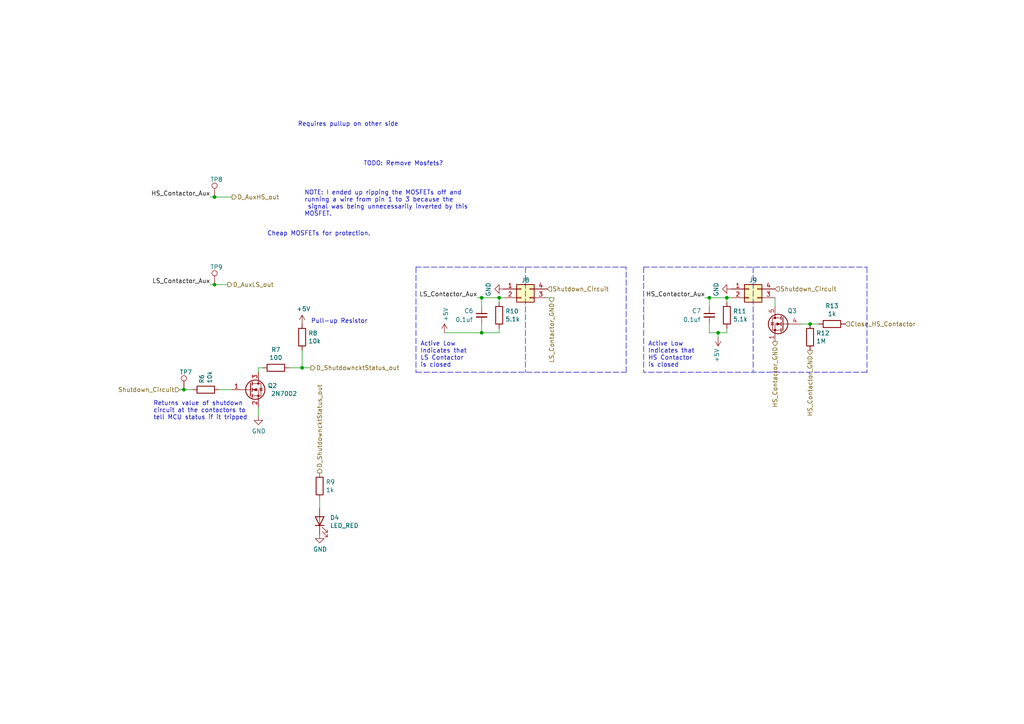
<source format=kicad_sch>
(kicad_sch (version 20211123) (generator eeschema)
  (paper "A4")
  (lib_symbols
    (symbol "Connector:TestPoint" (pin_numbers hide) (pin_names (offset 0.762) hide)
      (property "Reference" "TP" (at 0 6.858 0))
      (property "Value" "TestPoint" (at 0 5.08 0))
      (symbol "TestPoint_0_1"
        (circle (center 0 3.302) (radius 0.762))
      )
      (symbol "TestPoint_1_1"
        (pin passive line (at 0 0 90) (length 2.54) (name "1") (number "1"))
      )
    )
    (symbol "Connector_Generic:Conn_02x02_Counter_Clockwise" (pin_names (offset 1.016) hide)
      (property "Reference" "J" (at 1.27 2.54 0))
      (property "Value" "Conn_02x02_Counter_Clockwise" (at 1.27 -5.08 0))
      (symbol "Conn_02x02_Counter_Clockwise_1_1"
        (rectangle (start -1.27 -2.413) (end 0 -2.667) (stroke (width 0.1524)))
        (rectangle (start -1.27 0.127) (end 0 -0.127) (stroke (width 0.1524)))
        (rectangle (start -1.27 1.27) (end 3.81 -3.81) (stroke (width 0.254)) (fill (type background)))
        (rectangle (start 3.81 -2.413) (end 2.54 -2.667) (stroke (width 0.1524)))
        (rectangle (start 3.81 0.127) (end 2.54 -0.127) (stroke (width 0.1524)))
        (pin passive line (at -5.08 0 0) (length 3.81) (name "Pin_1") (number "1"))
        (pin passive line (at -5.08 -2.54 0) (length 3.81) (name "Pin_2") (number "2"))
        (pin passive line (at 7.62 -2.54 180) (length 3.81) (name "Pin_3") (number "3"))
        (pin passive line (at 7.62 0 180) (length 3.81) (name "Pin_4") (number "4"))
      )
    )
    (symbol "Device:C_Small" (pin_numbers hide) (pin_names (offset 0.254) hide)
      (property "Reference" "C" (at 0.254 1.778 0))
      (property "Value" "C_Small" (at 0.254 -2.032 0))
      (symbol "C_Small_0_1"
        (polyline (pts (xy -1.524 -0.508) (xy 1.524 -0.508)) (stroke (width 0.3302)))
        (polyline (pts (xy -1.524 0.508) (xy 1.524 0.508)) (stroke (width 0.3048)))
      )
      (symbol "C_Small_1_1"
        (pin passive line (at 0 2.54 270) (length 2.032) (name "~") (number "1"))
        (pin passive line (at 0 -2.54 90) (length 2.032) (name "~") (number "2"))
      )
    )
    (symbol "Device:LED" (pin_numbers hide) (pin_names (offset 1.016) hide)
      (property "Reference" "D" (at 0 2.54 0))
      (property "Value" "LED" (at 0 -2.54 0))
      (symbol "LED_0_1"
        (polyline (pts (xy -1.27 -1.27) (xy -1.27 1.27)) (stroke (width 0.254)))
        (polyline (pts (xy -1.27 0) (xy 1.27 0)))
        (polyline (pts (xy 1.27 -1.27) (xy 1.27 1.27) (xy -1.27 0) (xy 1.27 -1.27)) (stroke (width 0.254)))
        (polyline (pts (xy -3.048 -0.762) (xy -4.572 -2.286) (xy -3.81 -2.286) (xy -4.572 -2.286) (xy -4.572 -1.524)))
        (polyline (pts (xy -1.778 -0.762) (xy -3.302 -2.286) (xy -2.54 -2.286) (xy -3.302 -2.286) (xy -3.302 -1.524)))
      )
      (symbol "LED_1_1"
        (pin passive line (at -3.81 0 0) (length 2.54) (name "K") (number "1"))
        (pin passive line (at 3.81 0 180) (length 2.54) (name "A") (number "2"))
      )
    )
    (symbol "Device:Q_NMOS_GSD" (pin_names (offset 0) hide)
      (property "Reference" "Q" (at 5.08 1.27 0))
      (property "Value" "Q_NMOS_GSD" (at 5.08 -1.27 0))
      (symbol "Q_NMOS_GSD_0_1"
        (polyline (pts (xy 0.254 0) (xy -2.54 0)))
        (polyline (pts (xy 0.254 1.905) (xy 0.254 -1.905)) (stroke (width 0.254)))
        (polyline (pts (xy 0.762 -1.27) (xy 0.762 -2.286)) (stroke (width 0.254)))
        (polyline (pts (xy 0.762 0.508) (xy 0.762 -0.508)) (stroke (width 0.254)))
        (polyline (pts (xy 0.762 2.286) (xy 0.762 1.27)) (stroke (width 0.254)))
        (polyline (pts (xy 2.54 2.54) (xy 2.54 1.778)))
        (polyline (pts (xy 2.54 -2.54) (xy 2.54 0) (xy 0.762 0)))
        (polyline (pts (xy 0.762 -1.778) (xy 3.302 -1.778) (xy 3.302 1.778) (xy 0.762 1.778)))
        (polyline (pts (xy 1.016 0) (xy 2.032 0.381) (xy 2.032 -0.381) (xy 1.016 0)) (fill (type outline)))
        (polyline (pts (xy 2.794 0.508) (xy 2.921 0.381) (xy 3.683 0.381) (xy 3.81 0.254)))
        (polyline (pts (xy 3.302 0.381) (xy 2.921 -0.254) (xy 3.683 -0.254) (xy 3.302 0.381)))
        (circle (center 1.651 0) (radius 2.794) (stroke (width 0.254)))
        (circle (center 2.54 -1.778) (radius 0.254) (fill (type outline)))
        (circle (center 2.54 1.778) (radius 0.254) (fill (type outline)))
      )
      (symbol "Q_NMOS_GSD_1_1"
        (pin input line (at -5.08 0 0) (length 2.54) (name "G") (number "1"))
        (pin passive line (at 2.54 -5.08 90) (length 2.54) (name "S") (number "2"))
        (pin passive line (at 2.54 5.08 270) (length 2.54) (name "D") (number "3"))
      )
    )
    (symbol "Device:R" (pin_numbers hide) (pin_names (offset 0))
      (property "Reference" "R" (at 2.032 0 90))
      (property "Value" "R" (at 0 0 90))
      (symbol "R_0_1"
        (rectangle (start -1.016 -2.54) (end 1.016 2.54) (stroke (width 0.254)))
      )
      (symbol "R_1_1"
        (pin passive line (at 0 3.81 270) (length 1.27) (name "~") (number "1"))
        (pin passive line (at 0 -3.81 90) (length 1.27) (name "~") (number "2"))
      )
    )
    (symbol "LHRE_Component_Library:CSD18512Q5B" (pin_names hide)
      (property "Reference" "Q" (at 5.08 1.905 0))
      (property "Value" "LHRE_Component_Library_CSD18512Q5B" (at 5.08 0 0))
      (symbol "CSD18512Q5B_0_1"
        (polyline (pts (xy -1.27 0) (xy 0.254 0)))
        (polyline (pts (xy 0.762 -1.778) (xy 2.54 -1.778)))
        (polyline (pts (xy 0.762 -1.27) (xy 0.762 -2.286)) (stroke (width 0.254)))
        (polyline (pts (xy 0.762 0) (xy 2.54 0)))
        (polyline (pts (xy 0.762 0.508) (xy 0.762 -0.508)) (stroke (width 0.254)))
        (polyline (pts (xy 0.762 1.778) (xy 2.54 1.778)))
        (polyline (pts (xy 0.762 2.286) (xy 0.762 1.27)) (stroke (width 0.254)))
        (polyline (pts (xy 2.54 -1.778) (xy 2.54 -2.54)))
        (polyline (pts (xy 2.54 -1.778) (xy 2.54 0)))
        (polyline (pts (xy 2.54 2.54) (xy 2.54 1.778)))
        (polyline (pts (xy 0.254 1.905) (xy 0.254 -1.905) (xy 0.254 -1.905)) (stroke (width 0.254)))
        (polyline (pts (xy 1.016 0) (xy 2.032 0.381) (xy 2.032 -0.381) (xy 1.016 0)) (fill (type outline)))
        (polyline (pts (xy 2.54 -1.778) (xy 3.302 -1.778) (xy 3.302 1.778) (xy 2.54 1.778)))
        (polyline (pts (xy 2.794 0.508) (xy 2.921 0.381) (xy 3.683 0.381) (xy 3.81 0.254)))
        (polyline (pts (xy 3.302 0.381) (xy 2.921 -0.254) (xy 3.683 -0.254) (xy 3.302 0.381)))
        (circle (center 1.651 0) (radius 2.8194) (stroke (width 0.254)))
        (circle (center 2.54 -1.778) (radius 0.2794) (fill (type outline)))
        (circle (center 2.54 1.778) (radius 0.2794) (fill (type outline)))
      )
      (symbol "CSD18512Q5B_1_1"
        (pin passive line (at 2.54 -5.08 90) (length 2.54) (name "S") (number "1"))
        (pin passive line (at 2.54 -5.08 90) (length 2.54) hide (name "S") (number "2"))
        (pin passive line (at 2.54 -5.08 90) (length 2.54) hide (name "S") (number "3"))
        (pin passive line (at -5.08 0 0) (length 3.81) (name "G") (number "4"))
        (pin passive line (at 2.54 5.08 270) (length 2.54) (name "D") (number "5"))
      )
    )
    (symbol "power:+5V" (power) (pin_names (offset 0))
      (property "Value" "+5V" (at 0 3.556 0))
      (symbol "+5V_0_1"
        (polyline (pts (xy -0.762 1.27) (xy 0 2.54)))
        (polyline (pts (xy 0 0) (xy 0 2.54)))
        (polyline (pts (xy 0 2.54) (xy 0.762 1.27)))
      )
      (symbol "+5V_1_1"
        (pin power_in line (at 0 0 90) (length 0) hide (name "+5V") (number "1"))
      )
    )
    (symbol "power:GND" (power) (pin_names (offset 0))
      (property "Value" "GND" (at 0 -3.81 0))
      (symbol "GND_0_1"
        (polyline (pts (xy 0 0) (xy 0 -1.27) (xy 1.27 -1.27) (xy 0 -2.54) (xy -1.27 -1.27) (xy 0 -1.27)))
      )
      (symbol "GND_1_1"
        (pin power_in line (at 0 0 270) (length 0) hide (name "GND") (number "1"))
      )
    )
  )
  (junction (at 62.23 82.55))
  (junction (at 205.74 86.36))
  (junction (at 208.28 96.52))
  (junction (at 144.78 86.36))
  (junction (at 139.7 86.36))
  (junction (at 87.63 106.68))
  (junction (at 53.34 113.03))
  (junction (at 210.82 86.36))
  (junction (at 234.95 93.98))
  (junction (at 139.7 96.52))
  (junction (at 62.23 57.15))
  (wire (pts (xy 144.78 86.36) (xy 146.05 86.36)))
  (wire (pts (xy 210.82 95.25) (xy 210.82 96.52)))
  (wire (pts (xy 60.96 82.55) (xy 62.23 82.55)))
  (wire (pts (xy 83.82 106.68) (xy 87.63 106.68)))
  (wire (pts (xy 144.78 96.52) (xy 144.78 95.25)))
  (wire (pts (xy 139.7 86.36) (xy 144.78 86.36)))
  (polyline (pts (xy 181.61 77.47) (xy 120.65 77.47)))
  (wire (pts (xy 138.43 86.36) (xy 139.7 86.36)))
  (wire (pts (xy 62.23 57.15) (xy 67.31 57.15)))
  (wire (pts (xy 139.7 96.52) (xy 144.78 96.52)))
  (wire (pts (xy 52.07 113.03) (xy 53.34 113.03)))
  (wire (pts (xy 139.7 86.36) (xy 139.7 88.9)))
  (wire (pts (xy 139.7 93.98) (xy 139.7 96.52)))
  (wire (pts (xy 205.74 86.36) (xy 205.74 88.9)))
  (wire (pts (xy 210.82 86.36) (xy 212.09 86.36)))
  (polyline (pts (xy 186.69 77.47) (xy 251.46 77.47)))
  (wire (pts (xy 53.34 113.03) (xy 55.88 113.03)))
  (polyline (pts (xy 251.46 77.47) (xy 251.46 107.95)))
  (wire (pts (xy 232.41 93.98) (xy 234.95 93.98)))
  (wire (pts (xy 234.95 93.98) (xy 237.49 93.98)))
  (polyline (pts (xy 120.65 77.47) (xy 120.65 107.95)))
  (wire (pts (xy 63.5 113.03) (xy 67.31 113.03)))
  (polyline (pts (xy 120.65 107.95) (xy 181.61 107.95)))
  (wire (pts (xy 208.28 96.52) (xy 208.28 97.79)))
  (polyline (pts (xy 186.69 77.47) (xy 186.69 107.95)))
  (polyline (pts (xy 218.44 77.47) (xy 218.44 107.95)))
  (wire (pts (xy 205.74 86.36) (xy 210.82 86.36)))
  (wire (pts (xy 60.96 57.15) (xy 62.23 57.15)))
  (wire (pts (xy 62.23 82.55) (xy 66.04 82.55)))
  (wire (pts (xy 224.79 86.36) (xy 224.79 88.9)))
  (wire (pts (xy 160.02 86.36) (xy 158.75 86.36)))
  (wire (pts (xy 144.78 87.63) (xy 144.78 86.36)))
  (wire (pts (xy 210.82 96.52) (xy 208.28 96.52)))
  (wire (pts (xy 92.71 147.32) (xy 92.71 144.78)))
  (wire (pts (xy 208.28 96.52) (xy 205.74 96.52)))
  (wire (pts (xy 210.82 86.36) (xy 210.82 87.63)))
  (wire (pts (xy 87.63 101.6) (xy 87.63 106.68)))
  (wire (pts (xy 74.93 106.68) (xy 74.93 107.95)))
  (wire (pts (xy 76.2 106.68) (xy 74.93 106.68)))
  (wire (pts (xy 87.63 106.68) (xy 90.17 106.68)))
  (wire (pts (xy 128.905 96.52) (xy 139.7 96.52)))
  (polyline (pts (xy 251.46 107.95) (xy 186.69 107.95)))
  (wire (pts (xy 204.47 86.36) (xy 205.74 86.36)))
  (polyline (pts (xy 181.61 107.95) (xy 181.61 77.47)))
  (wire (pts (xy 205.74 96.52) (xy 205.74 93.98)))
  (polyline (pts (xy 152.4 77.47) (xy 152.4 107.95)))
  (wire (pts (xy 74.93 118.11) (xy 74.93 120.65)))
  (text "Pull-up Resistor\n" (at 90.17 93.98 0) (effects (font (size 1.27 1.27)) (justify left bottom)))
  (text "Returns value of shutdown \ncircuit at the contactors to \ntell MCU status if it tripped" (at 44.45 121.92 0) (effects (font (size 1.27 1.27)) (justify left bottom)))
  (text "NOTE: I ended up ripping the MOSFETs off and \nrunning a wire from pin 1 to 3 because the\n signal was being unnecessarily inverted by this \nMOSFET." (at 88.265 62.865 0) (effects (font (size 1.27 1.27)) (justify left bottom)))
  (text "Cheap MOSFETs for protection." (at 77.47 68.58 0) (effects (font (size 1.27 1.27)) (justify left bottom)))
  (text "Requires pullup on other side" (at 86.36 36.83 0) (effects (font (size 1.27 1.27)) (justify left bottom)))
  (text "TODO: Remove Mosfets?" (at 105.41 48.26 0) (effects (font (size 1.27 1.27)) (justify left bottom)))
  (text "Active Low\nIndicates that\nHS Contactor\nis closed" (at 187.96 106.68 0) (effects (font (size 1.27 1.27)) (justify left bottom)))
  (text "Active Low\nIndicates that\nLS Contactor\nis closed" (at 121.92 106.68 0) (effects (font (size 1.27 1.27)) (justify left bottom)))
  (label "LS_Contactor_Aux" (at 60.96 82.55 180))
  (label "HS_Contactor_Aux" (at 204.47 86.36 180))
  (label "LS_Contactor_Aux" (at 138.43 86.36 180))
  (label "HS_Contactor_Aux" (at 60.96 57.15 180))
  (hierarchical_label "Shutdown_Circuit" (shape input) (at 52.07 113.03 180))
  (hierarchical_label "Shutdown_Circuit" (shape input) (at 158.75 83.82 0))
  (hierarchical_label "LS_Contactor_GND" (shape output) (at 160.02 86.36 270))
  (hierarchical_label "HS_Contactor_GND" (shape output) (at 234.95 101.6 270))
  (hierarchical_label "Close_HS_Contactor" (shape input) (at 245.11 93.98 0))
  (hierarchical_label "D_AuxLS_out" (shape output) (at 66.04 82.55 0))
  (hierarchical_label "D_ShutdowncktStatus_out" (shape output) (at 92.71 137.16 90))
  (hierarchical_label "D_AuxHS_out" (shape output) (at 67.31 57.15 0))
  (hierarchical_label "D_ShutdowncktStatus_out" (shape output) (at 90.17 106.68 0))
  (hierarchical_label "HS_Contactor_GND" (shape output) (at 224.79 99.06 270))
  (hierarchical_label "Shutdown_Circuit" (shape input) (at 224.79 83.82 0))
  (symbol (lib_id "power:GND") (at 74.93 120.65 0) (unit 1)
    (property "Reference" "#PWR030" (effects hide))
    (property "Value" "GND" (at 75.057 125.0442 0))
  )
  (symbol (lib_id "Device:R") (at 59.69 113.03 90) (unit 1)
    (property "Reference" "R6" (at 58.5216 111.252 0) (effects (justify left)))
    (property "Value" "10k" (at 60.833 111.252 0) (effects (justify left)))
    (property "Footprint" "FixedTextSizes:R_0402_1005Metric" (effects hide))
  )
  (symbol (lib_id "Device:R") (at 80.01 106.68 270) (unit 1)
    (property "Reference" "R7" (at 80.01 101.4222 90))
    (property "Value" "100" (at 80.01 103.7336 90))
    (property "Footprint" "FixedTextSizes:R_0402_1005Metric" (effects hide))
  )
  (symbol (lib_id "Device:Q_NMOS_GSD") (at 72.39 113.03 0) (unit 1)
    (property "Reference" "Q2" (at 77.6224 111.8616 0) (effects (justify left)))
    (property "Value" " 2N7002 " (at 77.6224 114.173 0) (effects (justify left)))
    (property "Footprint" "Package_TO_SOT_SMD:SOT-23" (effects hide))
    (property "Datasheet" "https://datasheet.lcsc.com/szlcsc/1812111733_Bourne-Semicon-Shenzhen-AO3400A_C344010.pdf" (effects hide))
    (property "LCSC part number" "2N7002" (effects hide))
    (property "Description" "N-Channel 60V 115mA 2.5V @ 250uA 7.5Ω @ 500mA,10V 200mW SOT-23(SOT-23-3) MOSFET RoHS" (effects hide))
    (property "Manufacturer" "Changjiang Electronics Tech (CJ)" (effects hide))
  )
  (symbol (lib_id "Device:R") (at 92.71 140.97 0) (unit 1)
    (property "Reference" "R9" (at 94.488 139.8016 0) (effects (justify left)))
    (property "Value" "1k" (at 94.488 142.113 0) (effects (justify left)))
    (property "Footprint" "FixedTextSizes:R_0402_1005Metric" (effects hide))
    (property "Manufacturer" "." (effects hide))
    (property "Part Number" "." (effects hide))
    (property "Description" "RES SMD 1K OHM 1% 0603" (effects hide))
    (property "Package" "0603" (effects hide))
  )
  (symbol (lib_id "Device:LED") (at 92.71 151.13 90) (unit 1)
    (property "Reference" "D4" (at 95.7072 150.1394 90) (effects (justify right)))
    (property "Value" "LED_RED" (at 95.7072 152.4508 90) (effects (justify right)))
    (property "Footprint" "LED_SMD:LED_0603_1608Metric_Pad1.05x0.95mm_HandSolder" (effects hide))
  )
  (symbol (lib_id "power:GND") (at 92.71 154.94 0) (unit 1)
    (property "Reference" "#PWR032" (effects hide))
    (property "Value" "GND" (at 92.837 159.3342 0))
  )
  (symbol (lib_id "Device:R") (at 241.3 93.98 270) (unit 1)
    (property "Reference" "R13" (at 241.3 88.7222 90))
    (property "Value" "1k" (at 241.3 91.0336 90))
    (property "Footprint" "FixedTextSizes:R_0402_1005Metric" (effects hide))
    (property "Manufacturer" "." (effects hide))
    (property "Part Number" "." (effects hide))
    (property "Description" "RES SMD 1K OHM 1% 0603" (effects hide))
    (property "Package" "0603" (effects hide))
  )
  (symbol (lib_id "power:+5V") (at 208.28 97.79 180) (unit 1)
    (property "Reference" "#PWR035" (effects hide))
    (property "Value" "+5V" (at 207.899 101.0412 90) (effects (justify left)))
  )
  (symbol (lib_id "power:+5V") (at 128.905 96.52 0) (unit 1)
    (property "Reference" "#PWR033" (effects hide))
    (property "Value" "+5V" (at 129.286 93.2688 90) (effects (justify left)))
  )
  (symbol (lib_id "Connector_Generic:Conn_02x02_Counter_Clockwise") (at 151.13 83.82 0) (unit 1)
    (property "Reference" "J8" (at 152.4 81.28 0))
    (property "Value" "Conn_02x02_Counter_Clockwise" (effects hide))
    (property "Footprint" "Connector_Molex:Molex_Micro-Fit_3.0_43045-0400_2x02_P3.00mm_Horizontal" (effects hide))
    (property "Datasheet" "https://www.molex.com/webdocs/datasheets/pdf/en-us/0430450401_PCB_HEADERS.pdf" (effects hide))
    (property "Manufacturer" "Molex" (effects hide))
    (property "Part Number" "430450401" (effects hide))
    (property "Package" "connector" (effects hide))
    (property "Description" "CONN HEADER R/A 4POS 3MM" (effects hide))
  )
  (symbol (lib_id "Connector_Generic:Conn_02x02_Counter_Clockwise") (at 217.17 83.82 0) (unit 1)
    (property "Reference" "J9" (at 218.44 81.28 0))
    (property "Value" "Conn_02x02_Counter_Clockwise" (effects hide))
    (property "Footprint" "Connector_Molex:Molex_Micro-Fit_3.0_43045-0400_2x02_P3.00mm_Horizontal" (effects hide))
    (property "Datasheet" "https://www.molex.com/webdocs/datasheets/pdf/en-us/0430450401_PCB_HEADERS.pdf" (effects hide))
    (property "Manufacturer" "Molex" (effects hide))
    (property "Part Number" "430450401" (effects hide))
    (property "Package" "connector" (effects hide))
    (property "Description" "CONN HEADER R/A 4POS 3MM" (effects hide))
  )
  (symbol (lib_id "Device:R") (at 234.95 97.79 0) (unit 1)
    (property "Reference" "R12" (at 236.728 96.6216 0) (effects (justify left)))
    (property "Value" "1M" (at 236.728 98.933 0) (effects (justify left)))
    (property "Footprint" "FixedTextSizes:R_0402_1005Metric" (effects hide))
  )
  (symbol (lib_id "Device:R") (at 210.82 91.44 0) (unit 1)
    (property "Reference" "R11" (at 212.598 90.2716 0) (effects (justify left)))
    (property "Value" "5.1k" (at 212.598 92.583 0) (effects (justify left)))
    (property "Footprint" "FixedTextSizes:R_0402_1005Metric" (effects hide))
  )
  (symbol (lib_id "power:GND") (at 146.05 83.82 270) (unit 1)
    (property "Reference" "#PWR034" (effects hide))
    (property "Value" "GND" (at 141.6558 83.947 0))
  )
  (symbol (lib_id "power:GND") (at 212.09 83.82 270) (unit 1)
    (property "Reference" "#PWR036" (effects hide))
    (property "Value" "GND" (at 207.6958 83.947 0))
  )
  (symbol (lib_id "Device:C_Small") (at 205.74 91.44 0) (mirror y) (unit 1)
    (property "Reference" "C7" (at 200.66 90.17 0) (effects (justify right)))
    (property "Value" "0.1uf" (at 198.12 92.71 0) (effects (justify right)))
    (property "Footprint" "Capacitor_SMD:C_0402_1005Metric" (effects hide))
  )
  (symbol (lib_id "Device:R") (at 144.78 91.44 0) (unit 1)
    (property "Reference" "R10" (at 146.558 90.2716 0) (effects (justify left)))
    (property "Value" "5.1k" (at 146.558 92.583 0) (effects (justify left)))
    (property "Footprint" "FixedTextSizes:R_0402_1005Metric" (effects hide))
  )
  (symbol (lib_id "Device:C_Small") (at 139.7 91.44 0) (mirror y) (unit 1)
    (property "Reference" "C6" (at 134.62 90.17 0) (effects (justify right)))
    (property "Value" "0.1uf" (at 132.08 92.71 0) (effects (justify right)))
    (property "Footprint" "Capacitor_SMD:C_0402_1005Metric" (effects hide))
  )
  (symbol (lib_id "LHRE_Component_Library:CSD18512Q5B") (at 227.33 93.98 0) (mirror y) (unit 1)
    (property "Reference" "Q3" (at 231.14 90.17 0) (effects (justify left)))
    (property "Value" "CSD18540Q5B" (effects hide))
    (property "Footprint" "Package_TO_SOT_SMD:TDSON-8-1" (effects hide))
    (property "Datasheet" "https://datasheet.lcsc.com/szlcsc/Texas-Instruments-TI-CSD18540Q5B_C86513.pdf" (effects hide))
    (property "Manufacturer" "Texas Instruments" (effects hide))
    (property "Part Number" "CSD18540Q5B" (effects hide))
    (property "Package" "VSON-CLIP-8" (effects hide))
    (property "LCSC part number" "CSD18540Q5B" (effects hide))
  )
  (symbol (lib_id "Connector:TestPoint") (at 62.23 57.15 0) (unit 1)
    (property "Reference" "TP8" (at 60.96 52.07 0) (effects (justify left)))
    (property "Value" "TestPoint" (effects hide))
    (property "Footprint" "TestPoint:TestPoint_THTPad_D1.0mm_Drill0.5mm" (effects hide))
  )
  (symbol (lib_id "Connector:TestPoint") (at 62.23 82.55 0) (unit 1)
    (property "Reference" "TP9" (at 60.96 77.47 0) (effects (justify left)))
    (property "Value" "TestPoint" (effects hide))
    (property "Footprint" "TestPoint:TestPoint_THTPad_D1.0mm_Drill0.5mm" (effects hide))
  )
  (symbol (lib_id "Connector:TestPoint") (at 53.34 113.03 0) (unit 1)
    (property "Reference" "TP7" (at 52.07 107.95 0) (effects (justify left)))
    (property "Value" "TestPoint" (effects hide))
    (property "Footprint" "TestPoint:TestPoint_THTPad_D1.0mm_Drill0.5mm" (effects hide))
  )
  (symbol (lib_id "power:+5V") (at 87.63 93.98 0) (unit 1)
    (property "Reference" "#PWR031" (effects hide))
    (property "Value" "+5V" (at 88.011 89.5858 0))
  )
  (symbol (lib_id "Device:R") (at 87.63 97.79 0) (unit 1)
    (property "Reference" "R8" (at 89.408 96.6216 0) (effects (justify left)))
    (property "Value" "10k" (at 89.408 98.933 0) (effects (justify left)))
    (property "Footprint" "FixedTextSizes:R_0402_1005Metric" (effects hide))
  )
)
</source>
